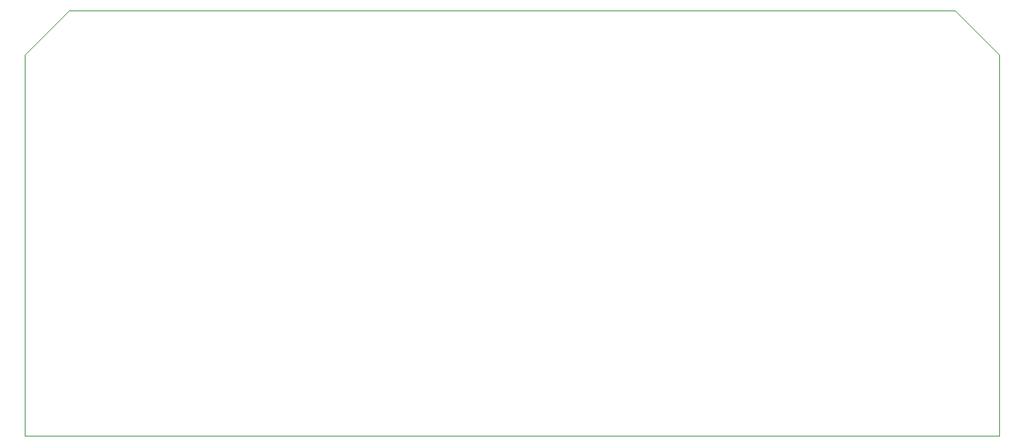
<source format=gbr>
%TF.GenerationSoftware,KiCad,Pcbnew,(7.0.0)*%
%TF.CreationDate,2023-06-19T20:16:09-07:00*%
%TF.ProjectId,main_board,6d61696e-5f62-46f6-9172-642e6b696361,B*%
%TF.SameCoordinates,Original*%
%TF.FileFunction,Profile,NP*%
%FSLAX46Y46*%
G04 Gerber Fmt 4.6, Leading zero omitted, Abs format (unit mm)*
G04 Created by KiCad (PCBNEW (7.0.0)) date 2023-06-19 20:16:09*
%MOMM*%
%LPD*%
G01*
G04 APERTURE LIST*
%TA.AperFunction,Profile*%
%ADD10C,0.100000*%
%TD*%
G04 APERTURE END LIST*
D10*
X89000000Y-38000000D02*
X189000000Y-38000000D01*
X194000000Y-86000000D02*
X84000000Y-86000000D01*
X189000000Y-38000000D02*
X194000000Y-43000000D01*
X89000000Y-38000000D02*
X84000000Y-43000000D01*
X194000000Y-43000000D02*
X194000000Y-86000000D01*
X84000000Y-86000000D02*
X84000000Y-43000000D01*
M02*

</source>
